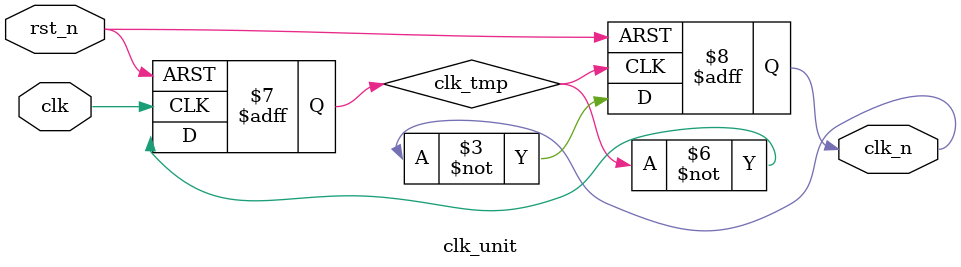
<source format=v>
module clk_unit(
	input clk,
	input rst_n,
	output reg clk_n
	);
	

    reg clk_tmp;
    always @(posedge clk_tmp or negedge rst_n) begin
       if (!rst_n)
        clk_n <= 0;
      else
        clk_n <= ~clk_n;
    end
    
    always @(posedge clk or negedge rst_n) begin
        if (!rst_n)
            clk_tmp <= 0;
        else
            clk_tmp <= ~clk_tmp;
    end
endmodule

</source>
